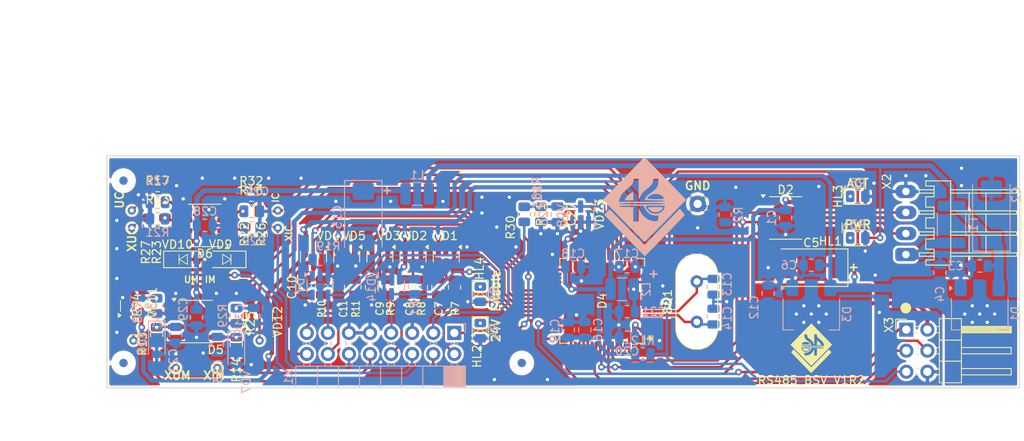
<source format=kicad_pcb>
(kicad_pcb
	(version 20240108)
	(generator "pcbnew")
	(generator_version "8.0")
	(general
		(thickness 1.6)
		(legacy_teardrops no)
	)
	(paper "A4")
	(title_block
		(title "RS485_BSV")
		(rev "2")
		(company "ООО \"Экросхим\"")
		(comment 1 "Антон Мухин")
	)
	(layers
		(0 "F.Cu" signal)
		(1 "In1.Cu" power)
		(2 "In2.Cu" power)
		(31 "B.Cu" signal)
		(32 "B.Adhes" user "B.Adhesive")
		(33 "F.Adhes" user "F.Adhesive")
		(34 "B.Paste" user)
		(35 "F.Paste" user)
		(36 "B.SilkS" user "B.Silkscreen")
		(37 "F.SilkS" user "F.Silkscreen")
		(38 "B.Mask" user)
		(39 "F.Mask" user)
		(40 "Dwgs.User" user "User.Drawings")
		(41 "Cmts.User" user "User.Comments")
		(42 "Eco1.User" user "User.Eco1")
		(43 "Eco2.User" user "User.Eco2")
		(44 "Edge.Cuts" user)
		(45 "Margin" user)
		(46 "B.CrtYd" user "B.Courtyard")
		(47 "F.CrtYd" user "F.Courtyard")
		(48 "B.Fab" user)
		(49 "F.Fab" user)
		(50 "User.1" user)
		(51 "User.2" user)
		(52 "User.3" user)
		(53 "User.4" user)
		(54 "User.5" user)
		(55 "User.6" user)
		(56 "User.7" user)
		(57 "User.8" user)
		(58 "User.9" user)
	)
	(setup
		(stackup
			(layer "F.SilkS"
				(type "Top Silk Screen")
			)
			(layer "F.Paste"
				(type "Top Solder Paste")
			)
			(layer "F.Mask"
				(type "Top Solder Mask")
				(thickness 0.01)
			)
			(layer "F.Cu"
				(type "copper")
				(thickness 0.035)
			)
			(layer "dielectric 1"
				(type "prepreg")
				(thickness 0.1)
				(material "FR4")
				(epsilon_r 4.5)
				(loss_tangent 0.02)
			)
			(layer "In1.Cu"
				(type "copper")
				(thickness 0.035)
			)
			(layer "dielectric 2"
				(type "core")
				(thickness 1.24)
				(material "FR4")
				(epsilon_r 4.5)
				(loss_tangent 0.02)
			)
			(layer "In2.Cu"
				(type "copper")
				(thickness 0.035)
			)
			(layer "dielectric 3"
				(type "prepreg")
				(thickness 0.1)
				(material "FR4")
				(epsilon_r 4.5)
				(loss_tangent 0.02)
			)
			(layer "B.Cu"
				(type "copper")
				(thickness 0.035)
			)
			(layer "B.Mask"
				(type "Bottom Solder Mask")
				(thickness 0.01)
			)
			(layer "B.Paste"
				(type "Bottom Solder Paste")
			)
			(layer "B.SilkS"
				(type "Bottom Silk Screen")
			)
			(copper_finish "None")
			(dielectric_constraints no)
		)
		(pad_to_mask_clearance 0)
		(allow_soldermask_bridges_in_footprints no)
		(aux_axis_origin 30 63)
		(grid_origin 30 63)
		(pcbplotparams
			(layerselection 0x00010fc_ffffffff)
			(plot_on_all_layers_selection 0x0000000_00000000)
			(disableapertmacros no)
			(usegerberextensions no)
			(usegerberattributes no)
			(usegerberadvancedattributes no)
			(creategerberjobfile no)
			(dashed_line_dash_ratio 12.000000)
			(dashed_line_gap_ratio 3.000000)
			(svgprecision 4)
			(plotframeref no)
			(viasonmask no)
			(mode 1)
			(useauxorigin yes)
			(hpglpennumber 1)
			(hpglpenspeed 20)
			(hpglpendiameter 15.000000)
			(pdf_front_fp_property_popups yes)
			(pdf_back_fp_property_popups yes)
			(dxfpolygonmode yes)
			(dxfimperialunits yes)
			(dxfusepcbnewfont yes)
			(psnegative no)
			(psa4output no)
			(plotreference yes)
			(plotvalue no)
			(plotfptext yes)
			(plotinvisibletext no)
			(sketchpadsonfab no)
			(subtractmaskfromsilk yes)
			(outputformat 1)
			(mirror no)
			(drillshape 0)
			(scaleselection 1)
			(outputdirectory "gerbers/")
		)
	)
	(net 0 "")
	(net 1 "Net-(D4-PD0)")
	(net 2 "Net-(D4-PD1)")
	(net 3 "+3V3")
	(net 4 "GND")
	(net 5 "+12V")
	(net 6 "+5V")
	(net 7 "UA_RDY")
	(net 8 "XRAY_ON")
	(net 9 "NO_LINK")
	(net 10 "OVERLOAD")
	(net 11 "OVERHEAT")
	(net 12 "+12VA")
	(net 13 "+3.3VA")
	(net 14 "Net-(D5A-+)")
	(net 15 "Net-(D5B-+)")
	(net 16 "Net-(D6A-+)")
	(net 17 "Net-(D6B-+)")
	(net 18 "HV_24V")
	(net 19 "HV_15V")
	(net 20 "Net-(D2-B)")
	(net 21 "U1_RX")
	(net 22 "TXEN")
	(net 23 "Net-(D2-A)")
	(net 24 "U1_TX")
	(net 25 "SWO")
	(net 26 "unconnected-(D4-PC15-Pad4)")
	(net 27 "unconnected-(D4-PB4-Pad56)")
	(net 28 "unconnected-(D4-PB2-Pad28)")
	(net 29 "Ia_CTRL")
	(net 30 "SWCLK")
	(net 31 "unconnected-(D4-PC6-Pad37)")
	(net 32 "unconnected-(D4-PB9-Pad62)")
	(net 33 "unconnected-(D4-PC3-Pad11)")
	(net 34 "unconnected-(D4-PB10-Pad29)")
	(net 35 "unconnected-(D4-PC14-Pad3)")
	(net 36 "Net-(D4-PC10)")
	(net 37 "unconnected-(D4-PC0-Pad8)")
	(net 38 "RESET")
	(net 39 "unconnected-(D4-PB8-Pad61)")
	(net 40 "SWDIO")
	(net 41 "Net-(D4-PB14)")
	(net 42 "unconnected-(D4-PD2-Pad54)")
	(net 43 "Ua_MON")
	(net 44 "unconnected-(D4-PA1-Pad15)")
	(net 45 "unconnected-(D4-PA12-Pad45)")
	(net 46 "Net-(D4-PC11)")
	(net 47 "HV_ENABLE")
	(net 48 "unconnected-(D4-PB1-Pad27)")
	(net 49 "unconnected-(D4-PB0-Pad26)")
	(net 50 "unconnected-(D4-PC12-Pad53)")
	(net 51 "Ua_CTRL")
	(net 52 "unconnected-(D4-PC2-Pad10)")
	(net 53 "Net-(D4-PB12)")
	(net 54 "CONN")
	(net 55 "Ia_MON")
	(net 56 "Net-(D4-PA3)")
	(net 57 "unconnected-(D4-PC13-Pad2)")
	(net 58 "unconnected-(D4-PB11-Pad30)")
	(net 59 "LED_ACT")
	(net 60 "Net-(D4-PB15)")
	(net 61 "unconnected-(D4-PA15-Pad50)")
	(net 62 "Net-(D4-PA2)")
	(net 63 "Net-(D4-PB13)")
	(net 64 "unconnected-(D4-PA0-Pad14)")
	(net 65 "Net-(D5A--)")
	(net 66 "Net-(D5B--)")
	(net 67 "Net-(D6B--)")
	(net 68 "Net-(D6A--)")
	(net 69 "unconnected-(D7-NC-Pad1)")
	(net 70 "X_HV_ENABLE")
	(net 71 "Net-(X2-Pin_1)")
	(net 72 "Net-(HL1-K)")
	(net 73 "Net-(HL2-K)")
	(net 74 "X_HV_24V")
	(net 75 "Net-(HL3-K)")
	(net 76 "Net-(HL4-K)")
	(net 77 "/X_UA_RDY")
	(net 78 "/X_XRAY_ON")
	(net 79 "/X_NO_LINK")
	(net 80 "/X_OVERLOAD")
	(net 81 "/X_OVERHEAT")
	(net 82 "X_Ua_MON")
	(net 83 "X_Ia_MON")
	(net 84 "X_Ua_CTRL")
	(net 85 "X_Ia_CTRL")
	(net 86 "X_HV_15V")
	(net 87 "Net-(VD10-K)")
	(net 88 "Net-(VD9-K)")
	(footprint "Capacitor_SMD:C_0805_2012Metric" (layer "F.Cu") (at 57.9 50.862499 -90))
	(footprint "Capacitor_SMD:C_0805_2012Metric" (layer "F.Cu") (at 84.3 42.0625 -90))
	(footprint "Resistor_SMD:R_0805_2012Metric" (layer "F.Cu") (at 46.6 44.5 90))
	(footprint "Resistor_SMD:R_0805_2012Metric" (layer "F.Cu") (at 36.1 38.6))
	(footprint "TestPoint:TestPoint_THTPad_D1.0mm_Drill0.5mm" (layer "F.Cu") (at 50.6 41.6 180))
	(footprint "Connector_PinHeader_2.54mm:PinHeader_2x03_P2.54mm_Horizontal" (layer "F.Cu") (at 126.35 55.975))
	(footprint "Resistor_SMD:R_0805_2012Metric" (layer "F.Cu") (at 80.3 42.0625 90))
	(footprint "Fiducial:Fiducial_1mm_Mask3mm" (layer "F.Cu") (at 80 60))
	(footprint "Ecohim:TestPoint_Pad_D0.8mm_no_circle" (layer "F.Cu") (at 95.7 47.6 -90))
	(footprint "Package_TO_SOT_SMD:SOT-23" (layer "F.Cu") (at 70.9 47.162499 -90))
	(footprint "Resistor_SMD:R_0805_2012Metric" (layer "F.Cu") (at 45.6 54.3 90))
	(footprint "Ecohim:TestPoint_Pad_D0.8mm_no_circle" (layer "F.Cu") (at 82 47.8 -90))
	(footprint "TestPoint:TestPoint_THTPad_D1.0mm_Drill0.5mm" (layer "F.Cu") (at 33.2 57.3))
	(footprint "Resistor_SMD:R_0805_2012Metric" (layer "F.Cu") (at 48.599999 44.5 90))
	(footprint "Package_TO_SOT_SMD:SOT-23" (layer "F.Cu") (at 66.9 47.162499 -90))
	(footprint "Package_QFP:LQFP-64_10x10mm_P0.5mm" (layer "F.Cu") (at 89.7 52.5 180))
	(footprint "TestPoint:TestPoint_THTPad_D1.0mm_Drill0.5mm" (layer "F.Cu") (at 43.3 60.6))
	(footprint "Resistor_SMD:R_0805_2012Metric" (layer "F.Cu") (at 63.9 50.862499 90))
	(footprint "LED_SMD:LED_0805_2012Metric" (layer "F.Cu") (at 75 56.1 -90))
	(footprint "Resistor_SMD:R_0805_2012Metric" (layer "F.Cu") (at 71.9 50.862499 90))
	(footprint "TestPoint:TestPoint_THTPad_D1.0mm_Drill0.5mm" (layer "F.Cu") (at 50.6 43.7 180))
	(footprint "Resistor_SMD:R_0805_2012Metric" (layer "F.Cu") (at 55.9 50.862499 90))
	(footprint "Ecohim:TestPoint_Pad_D0.8mm_no_circle" (layer "F.Cu") (at 82 49 -90))
	(footprint "LED_SMD:LED_0805_2012Metric" (layer "F.Cu") (at 75 51.7 -90))
	(footprint "Package_TO_SOT_SMD:SOT-23" (layer "F.Cu") (at 58.9 47.162499 -90))
	(footprint "TestPoint:TestPoint_THTPad_D1.0mm_Drill0.5mm" (layer "F.Cu") (at 38.3 60.6))
	(footprint "Ecohim:TestPoint_Pad_D0.8mm_no_circle" (layer "F.Cu") (at 82 46.6 -90))
	(footprint "Diode_SMD:D_SOD-123" (layer "F.Cu") (at 39.2 47.5))
	(footprint "Crystal:Crystal_HC49-4H_Vertical" (layer "F.Cu") (at 101.1 55.050001 90))
	(footprint "Package_TO_SOT_SMD:SOT-23" (layer "F.Cu") (at 54.9 47.162499 -90))
	(footprint "TestPoint:TestPoint_THTPad_D2.0mm_Drill1.0mm" (layer "F.Cu") (at 101.2 40.8))
	(footprint "Ecohim:DS1070-4MR_WF-4RA_CONNFLY" (layer "F.Cu") (at 126.3 39.3 -90))
	(footprint "Ecohim:TestPoint_Pad_D0.8mm_no_circle" (layer "F.Cu") (at 94.5 46.5 -90))
	(footprint "TestPoint:TestPoint_THTPad_D1.0mm_Drill0.5mm" (layer "F.Cu") (at 48.4 57.3))
	(footprint "Ecohim:TestPoint_Pad_D0.8mm_no_circle" (layer "F.Cu") (at 82 50.2 -90))
	(footprint "LED_SMD:LED_0805_2012Metric" (layer "F.Cu") (at 120.5 44.9))
	(footprint "Fiducial:Fiducial_1mm_Mask3mm" (layer "F.Cu") (at 32 60))
	(footprint "Package_TO_SOT_SMD:SOT-23" (layer "F.Cu") (at 62.9 47.162499 -90))
	(footprint "Package_SO:SOIC-8_3.9x4.9mm_P1.27mm" (layer "F.Cu") (at 41.8 43.4 180))
	(footprint "Fiducial:Fiducial_1mm_Mask3mm" (layer "F.Cu") (at 32 38))
	(footprint "Ecohim:TestPoint_Pad_D0.8mm_no_circle"
		(layer "F.Cu")
		(uuid "994e962f-6f8c-4
... [1128596 chars truncated]
</source>
